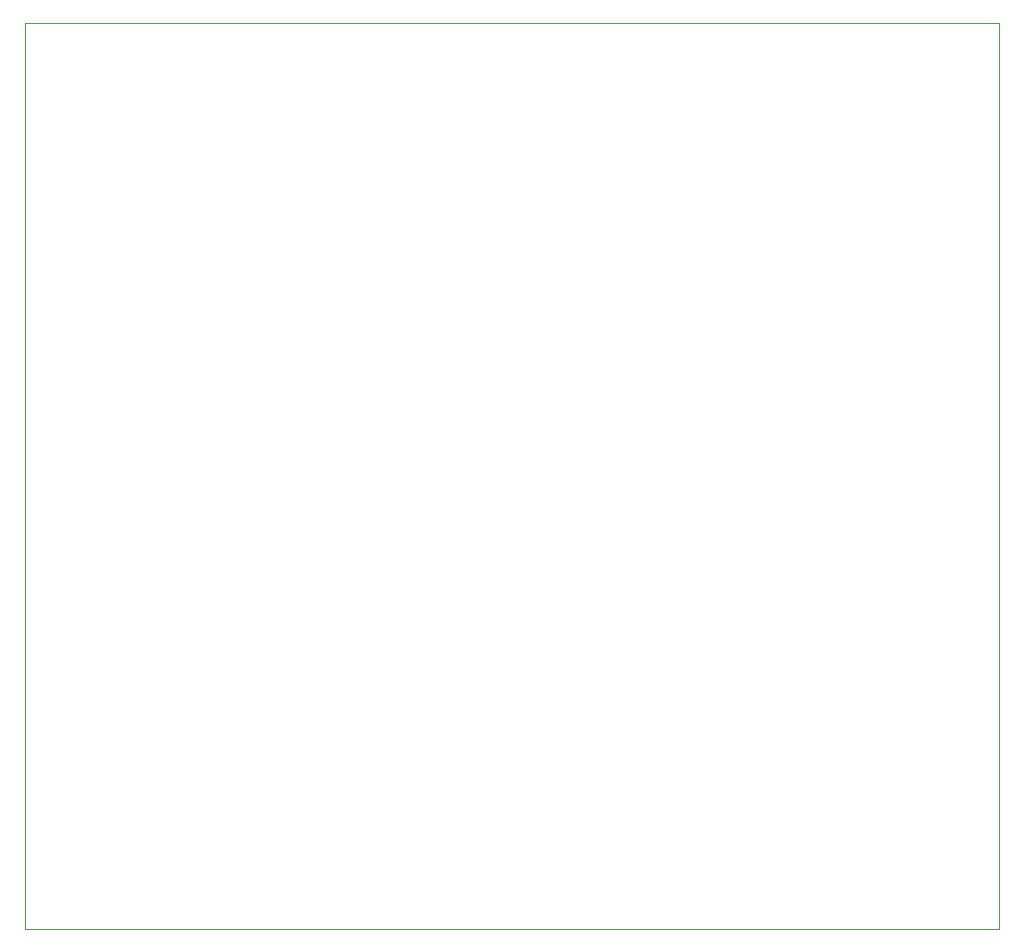
<source format=gm1>
G04 #@! TF.GenerationSoftware,KiCad,Pcbnew,5.0.2-bee76a0~70~ubuntu18.04.1*
G04 #@! TF.CreationDate,2019-03-10T09:39:00+01:00*
G04 #@! TF.ProjectId,stromwaechter,7374726f-6d77-4616-9563-687465722e6b,1.0*
G04 #@! TF.SameCoordinates,Original*
G04 #@! TF.FileFunction,Profile,NP*
%FSLAX46Y46*%
G04 Gerber Fmt 4.6, Leading zero omitted, Abs format (unit mm)*
G04 Created by KiCad (PCBNEW 5.0.2-bee76a0~70~ubuntu18.04.1) date So 10 Mär 2019 09:39:00 CET*
%MOMM*%
%LPD*%
G01*
G04 APERTURE LIST*
%ADD10C,0.100000*%
G04 APERTURE END LIST*
D10*
X104000000Y-138000000D02*
X104000000Y-58000000D01*
X190000000Y-138000000D02*
X104000000Y-138000000D01*
X190000000Y-58000000D02*
X190000000Y-138000000D01*
X104000000Y-58000000D02*
X190000000Y-58000000D01*
M02*

</source>
